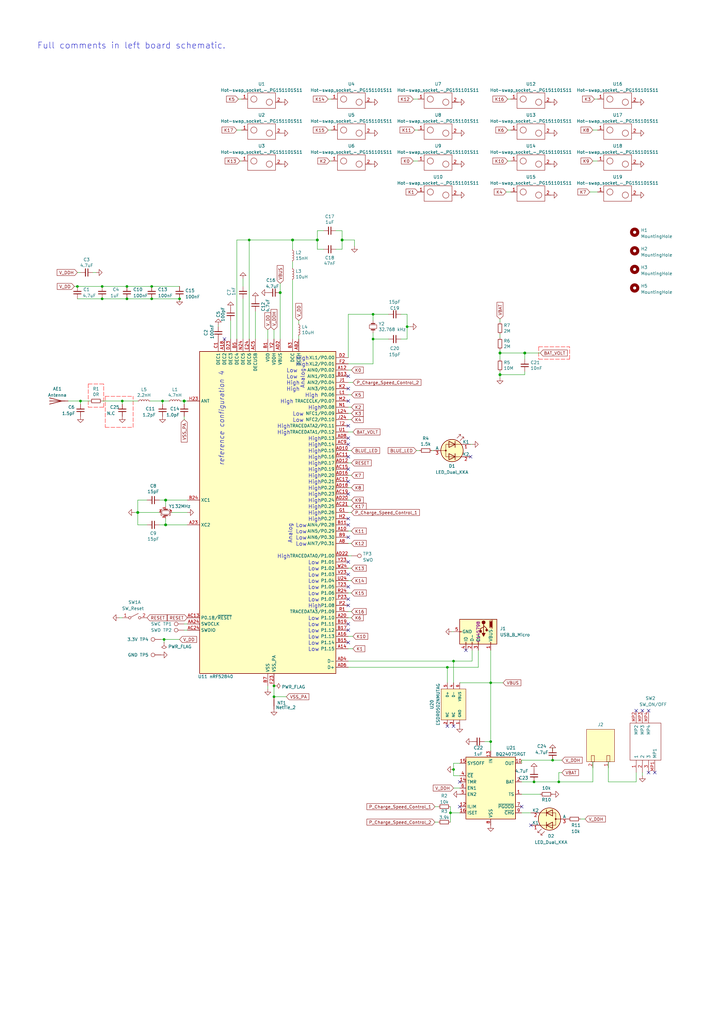
<source format=kicad_sch>
(kicad_sch (version 20211123) (generator eeschema)
  (paper "A3" portrait)
  (title_block (title "Borne Keyboard") (date "2022-05-27") (rev "V1 Right") (company "Ergin") (comment 1 "Gabriel Hansson"))
  (junction (at 153.035 139.065))
  (junction (at 66.675 164.465))
  (junction (at 102.235 98.425))
  (junction (at 67.31 262.255))
  (junction (at 41.91 117.475))
  (junction (at 62.23 117.475))
  (junction (at 41.91 122.555))
  (junction (at 186.055 271.145))
  (junction (at 205.105 144.78) (diameter 1.016))
  (junction (at 52.07 117.475))
  (junction (at 219.075 320.675))
  (junction (at 205.105 153.67) (diameter 1.016))
  (junction (at 31.75 117.475))
  (junction (at 201.295 280.035))
  (junction (at 130.175 98.425) (diameter 1.016))
  (junction (at 56.515 210.185) (diameter 1.016))
  (junction (at 120.015 98.425) (diameter 1.016))
  (junction (at 50.165 164.465))
  (junction (at 215.265 144.78) (diameter 1.016))
  (junction (at 73.66 122.555))
  (junction (at 62.23 122.555))
  (junction (at 112.395 285.75))
  (junction (at 112.395 281.305))
  (junction (at 153.035 128.905))
  (junction (at 183.515 273.685))
  (junction (at 52.07 122.555))
  (junction (at 201.295 304.165))
  (junction (at 33.02 164.465))
  (junction (at 75.565 164.465) (diameter 1.016))
  (junction (at 114.935 120.015) (diameter 1.016))
  (junction (at 67.945 205.105) (diameter 1.016))
  (junction (at 140.335 98.425) (diameter 1.016))
  (junction (at 229.235 320.675))
  (junction (at 67.945 215.265) (diameter 1.016))
  (junction (at 186.055 315.595))
  (junction (at 167.005 133.985))
  (junction (at 226.695 311.785))
  (junction (at 184.785 333.375))
  (no_connect (at 193.04 187.325))
  (no_connect (at 183.515 297.815))
  (no_connect (at 142.875 202.565))
  (no_connect (at 188.595 330.835))
  (no_connect (at 142.875 192.405))
  (no_connect (at 142.875 179.705))
  (no_connect (at 142.875 220.345))
  (no_connect (at 142.875 255.905))
  (no_connect (at 260.985 291.465))
  (no_connect (at 142.875 230.505))
  (no_connect (at 142.875 197.485))
  (no_connect (at 142.875 248.285))
  (no_connect (at 268.605 316.865))
  (no_connect (at 142.875 245.745))
  (no_connect (at 217.805 338.455))
  (no_connect (at 142.875 154.305))
  (no_connect (at 191.135 266.7))
  (no_connect (at 266.065 316.865))
  (no_connect (at 142.875 164.465))
  (no_connect (at 266.065 291.465))
  (no_connect (at 188.595 320.675))
  (no_connect (at 142.875 263.525))
  (no_connect (at 142.875 187.325))
  (no_connect (at 92.075 139.065))
  (no_connect (at 186.055 297.815))
  (no_connect (at 263.525 291.465))
  (no_connect (at 142.875 240.665))
  (no_connect (at 213.995 330.835))
  (no_connect (at 142.875 258.445))
  (no_connect (at 142.875 212.725))
  (no_connect (at 142.875 174.625))
  (no_connect (at 142.875 235.585))
  (no_connect (at 142.875 215.265))
  (no_connect (at 142.875 159.385))
  (no_connect (at 142.875 182.245))
  (wire (pts (xy 186.055 318.135) (xy 188.595 318.135)))
  (wire (pts (xy 184.785 333.375) (xy 188.595 333.375)))
  (wire (pts (xy 213.995 325.755) (xy 221.615 325.755)))
  (wire (pts (xy 144.145 200.025) (xy 142.875 200.025)))
  (wire (pts (xy 56.515 215.265) (xy 56.515 210.185)))
  (wire (pts (xy 134.62 40.64) (xy 135.89 40.64)))
  (polyline (pts (xy 36.195 157.48) (xy 36.195 167.005)) (stroke (width 0) (color 255 0 0 1)))
  (polyline (pts (xy 42.545 167.005) (xy 42.545 157.48)) (stroke (width 0) (color 255 0 0 1)))
  (wire (pts (xy 144.145 210.185) (xy 142.875 210.185)))
  (wire (pts (xy 207.645 78.74) (xy 209.55 78.74)))
  (wire (pts (xy 75.565 255.905) (xy 76.835 255.905)))
  (wire (pts (xy 208.28 53.34) (xy 209.55 53.34)))
  (wire (pts (xy 67.945 212.725) (xy 67.945 215.265)))
  (wire (pts (xy 74.295 164.465) (xy 75.565 164.465)))
  (wire (pts (xy 142.875 146.685) (xy 142.875 128.905)))
  (wire (pts (xy 229.235 316.865) (xy 229.235 320.675)))
  (wire (pts (xy 170.18 53.34) (xy 171.45 53.34)))
  (wire (pts (xy 50.165 164.465) (xy 56.515 164.465)))
  (wire (pts (xy 76.835 205.105) (xy 67.945 205.105)))
  (wire (pts (xy 243.205 312.42) (xy 243.205 320.675)))
  (wire (pts (xy 66.675 164.465) (xy 66.675 165.735)))
  (wire (pts (xy 137.795 102.235) (xy 140.335 102.235)))
  (wire (pts (xy 243.84 40.64) (xy 245.11 40.64)))
  (wire (pts (xy 142.875 271.145) (xy 186.055 271.145)))
  (wire (pts (xy 120.015 98.425) (xy 130.175 98.425)))
  (wire (pts (xy 142.875 273.685) (xy 183.515 273.685)))
  (wire (pts (xy 73.66 262.255) (xy 67.31 262.255)))
  (wire (pts (xy 120.015 102.235) (xy 120.015 98.425)))
  (wire (pts (xy 94.615 131.445) (xy 94.615 139.065)))
  (wire (pts (xy 142.875 149.225) (xy 153.035 149.225)))
  (wire (pts (xy 208.28 66.04) (xy 209.55 66.04)))
  (wire (pts (xy 31.75 122.555) (xy 41.91 122.555)))
  (wire (pts (xy 70.485 210.185) (xy 76.835 210.185)))
  (wire (pts (xy 99.695 114.3) (xy 99.695 117.475)))
  (wire (pts (xy 205.105 130.81) (xy 205.105 132.08)))
  (wire (pts (xy 56.515 210.185) (xy 56.515 205.105)))
  (wire (pts (xy 41.91 117.475) (xy 52.07 117.475)))
  (wire (pts (xy 205.105 138.43) (xy 205.105 137.16)))
  (wire (pts (xy 67.31 263.525) (xy 67.31 262.255)))
  (wire (pts (xy 201.295 280.035) (xy 188.595 280.035)))
  (wire (pts (xy 144.145 167.005) (xy 142.875 167.005)))
  (wire (pts (xy 164.465 128.905) (xy 167.005 128.905)))
  (polyline (pts (xy 43.18 162.56) (xy 43.18 175.26)) (stroke (width 0) (color 255 0 0 1)))
  (wire (pts (xy 196.215 266.7) (xy 196.215 273.685)))
  (wire (pts (xy 205.105 153.67) (xy 205.105 154.94)))
  (wire (pts (xy 62.23 122.555) (xy 73.66 122.555)))
  (polyline (pts (xy 220.98 142.24) (xy 233.68 142.24)) (stroke (width 0) (color 255 0 0 1)))
  (wire (pts (xy 67.945 215.265) (xy 65.405 215.265)))
  (wire (pts (xy 140.335 102.235) (xy 140.335 98.425)))
  (wire (pts (xy 102.235 139.065) (xy 102.235 98.425)))
  (wire (pts (xy 120.015 114.935) (xy 120.015 139.065)))
  (wire (pts (xy 205.105 144.78) (xy 205.105 147.32)))
  (wire (pts (xy 41.91 164.465) (xy 50.165 164.465)))
  (wire (pts (xy 144.78 266.065) (xy 142.875 266.065)))
  (wire (pts (xy 122.555 137.795) (xy 122.555 139.065)))
  (wire (pts (xy 193.675 182.245) (xy 193.04 182.245)))
  (wire (pts (xy 27.94 164.465) (xy 33.02 164.465)))
  (wire (pts (xy 205.105 144.78) (xy 215.265 144.78)))
  (wire (pts (xy 249.555 312.42) (xy 249.555 320.675)))
  (wire (pts (xy 38.1 111.76) (xy 39.37 111.76)))
  (wire (pts (xy 144.145 233.045) (xy 142.875 233.045)))
  (wire (pts (xy 205.105 152.4) (xy 205.105 153.67)))
  (wire (pts (xy 31.75 111.76) (xy 33.02 111.76)))
  (wire (pts (xy 184.785 330.835) (xy 184.785 333.375)))
  (wire (pts (xy 140.335 98.425) (xy 145.415 98.425)))
  (wire (pts (xy 104.775 127.635) (xy 104.775 139.065)))
  (wire (pts (xy 144.78 260.985) (xy 142.875 260.985)))
  (wire (pts (xy 183.515 273.685) (xy 196.215 273.685)))
  (wire (pts (xy 142.875 151.765) (xy 144.145 151.765)))
  (wire (pts (xy 153.035 139.065) (xy 153.035 136.525)))
  (wire (pts (xy 112.395 285.75) (xy 117.475 285.75)))
  (wire (pts (xy 213.995 333.375) (xy 217.805 333.375)))
  (wire (pts (xy 205.105 153.67) (xy 215.265 153.67)))
  (wire (pts (xy 208.28 40.64) (xy 209.55 40.64)))
  (wire (pts (xy 186.055 313.055) (xy 186.055 315.595)))
  (wire (pts (xy 135.255 66.04) (xy 135.89 66.04)))
  (wire (pts (xy 89.535 133.35) (xy 89.535 133.985)))
  (wire (pts (xy 144.145 243.205) (xy 142.875 243.205)))
  (wire (pts (xy 144.145 250.825) (xy 142.875 250.825)))
  (wire (pts (xy 193.675 271.145) (xy 193.675 266.7)))
  (wire (pts (xy 122.555 131.445) (xy 122.555 132.715)))
  (wire (pts (xy 230.505 316.865) (xy 229.235 316.865)))
  (wire (pts (xy 243.205 66.04) (xy 245.11 66.04)))
  (wire (pts (xy 144.145 217.805) (xy 142.875 217.805)))
  (wire (pts (xy 198.755 304.165) (xy 201.295 304.165)))
  (polyline (pts (xy 220.98 147.32) (xy 233.68 147.32)) (stroke (width 0) (color 255 0 0 1)))
  (wire (pts (xy 140.335 94.615) (xy 140.335 98.425)))
  (wire (pts (xy 97.155 53.34) (xy 99.06 53.34)))
  (wire (pts (xy 112.395 281.305) (xy 112.395 285.75)))
  (wire (pts (xy 219.075 320.675) (xy 229.235 320.675)))
  (wire (pts (xy 52.07 117.475) (xy 62.23 117.475)))
  (wire (pts (xy 67.945 205.105) (xy 67.945 207.645)))
  (wire (pts (xy 170.815 184.785) (xy 172.085 184.785)))
  (wire (pts (xy 213.995 311.785) (xy 226.695 311.785)))
  (wire (pts (xy 144.78 177.165) (xy 142.875 177.165)))
  (wire (pts (xy 153.035 149.225) (xy 153.035 139.065)))
  (wire (pts (xy 249.555 320.675) (xy 260.985 320.675)))
  (wire (pts (xy 183.515 273.685) (xy 183.515 280.035)))
  (polyline (pts (xy 36.195 157.48) (xy 42.545 157.48)) (stroke (width 0) (color 255 0 0 1)))
  (wire (pts (xy 56.515 205.105) (xy 60.325 205.105)))
  (wire (pts (xy 144.145 222.885) (xy 142.875 222.885)))
  (wire (pts (xy 98.425 66.04) (xy 99.06 66.04)))
  (wire (pts (xy 226.695 311.785) (xy 230.505 311.785)))
  (wire (pts (xy 144.145 161.925) (xy 142.875 161.925)))
  (wire (pts (xy 50.165 165.735) (xy 50.165 164.465)))
  (wire (pts (xy 33.02 164.465) (xy 36.83 164.465)))
  (wire (pts (xy 205.105 143.51) (xy 205.105 144.78)))
  (wire (pts (xy 153.035 128.905) (xy 159.385 128.905)))
  (wire (pts (xy 75.565 164.465) (xy 75.565 165.735)))
  (wire (pts (xy 153.035 139.065) (xy 159.385 139.065)))
  (wire (pts (xy 144.145 238.125) (xy 142.875 238.125)))
  (wire (pts (xy 144.145 205.105) (xy 142.875 205.105)))
  (wire (pts (xy 177.8 184.785) (xy 177.165 184.785)))
  (wire (pts (xy 186.055 313.055) (xy 188.595 313.055)))
  (wire (pts (xy 114.935 120.015) (xy 114.935 116.205)))
  (wire (pts (xy 144.145 227.965) (xy 142.875 227.965)))
  (polyline (pts (xy 54.61 175.26) (xy 54.61 162.56)) (stroke (width 0) (color 255 0 0 1)))
  (wire (pts (xy 142.875 172.085) (xy 144.145 172.085)))
  (wire (pts (xy 241.935 78.74) (xy 245.11 78.74)))
  (wire (pts (xy 31.75 117.475) (xy 41.91 117.475)))
  (polyline (pts (xy 43.18 162.56) (xy 54.61 162.56)) (stroke (width 0) (color 255 0 0 1)))
  (wire (pts (xy 130.175 98.425) (xy 130.175 102.235)))
  (wire (pts (xy 137.795 94.615) (xy 140.335 94.615)))
  (wire (pts (xy 185.42 259.08) (xy 186.055 259.08)))
  (wire (pts (xy 201.295 280.035) (xy 201.295 304.165)))
  (wire (pts (xy 153.035 131.445) (xy 153.035 128.905)))
  (wire (pts (xy 67.945 215.265) (xy 76.835 215.265)))
  (wire (pts (xy 179.705 330.835) (xy 178.435 330.835)))
  (wire (pts (xy 213.995 320.675) (xy 219.075 320.675)))
  (wire (pts (xy 102.235 98.425) (xy 120.015 98.425)))
  (wire (pts (xy 109.855 282.575) (xy 109.855 281.305)))
  (wire (pts (xy 62.23 117.475) (xy 73.66 117.475)))
  (wire (pts (xy 30.48 117.475) (xy 31.75 117.475)))
  (wire (pts (xy 186.055 315.595) (xy 186.055 318.135)))
  (wire (pts (xy 215.265 153.67) (xy 215.265 152.4)))
  (wire (pts (xy 169.545 66.04) (xy 171.45 66.04)))
  (wire (pts (xy 144.145 194.945) (xy 142.875 194.945)))
  (wire (pts (xy 167.005 133.985) (xy 167.005 139.065)))
  (wire (pts (xy 61.595 164.465) (xy 66.675 164.465)))
  (wire (pts (xy 201.295 280.035) (xy 206.375 280.035)))
  (wire (pts (xy 67.945 205.105) (xy 65.405 205.105)))
  (wire (pts (xy 263.525 318.135) (xy 263.525 316.865)))
  (wire (pts (xy 97.79 40.64) (xy 99.06 40.64)))
  (wire (pts (xy 130.175 94.615) (xy 130.175 98.425)))
  (wire (pts (xy 186.055 323.215) (xy 188.595 323.215)))
  (wire (pts (xy 240.03 335.915) (xy 238.125 335.915)))
  (polyline (pts (xy 233.68 147.32) (xy 233.68 142.24)) (stroke (width 0) (color 255 0 0 1)))
  (wire (pts (xy 215.265 144.78) (xy 215.265 147.32)))
  (wire (pts (xy 226.695 306.705) (xy 226.695 307.975)))
  (wire (pts (xy 144.78 156.845) (xy 142.875 156.845)))
  (polyline (pts (xy 36.195 167.005) (xy 42.545 167.005)) (stroke (width 0) (color 255 0 0 1)))
  (wire (pts (xy 50.165 253.365) (xy 48.895 253.365)))
  (wire (pts (xy 114.935 139.065) (xy 114.935 120.015)))
  (wire (pts (xy 65.405 210.185) (xy 56.515 210.185)))
  (wire (pts (xy 60.325 215.265) (xy 56.515 215.265)))
  (wire (pts (xy 215.265 144.78) (xy 221.615 144.78)))
  (wire (pts (xy 184.785 333.375) (xy 184.785 337.185)))
  (wire (pts (xy 67.31 262.255) (xy 66.04 262.255)))
  (wire (pts (xy 201.295 266.7) (xy 201.295 280.035)))
  (wire (pts (xy 169.545 40.64) (xy 171.45 40.64)))
  (wire (pts (xy 97.155 98.425) (xy 102.235 98.425)))
  (wire (pts (xy 112.395 135.255) (xy 112.395 139.065)))
  (wire (pts (xy 134.62 53.34) (xy 135.89 53.34)))
  (wire (pts (xy 33.02 165.735) (xy 33.02 164.465)))
  (wire (pts (xy 167.005 128.905) (xy 167.005 133.985)))
  (wire (pts (xy 178.435 337.185) (xy 179.705 337.185)))
  (wire (pts (xy 142.875 169.545) (xy 144.145 169.545)))
  (wire (pts (xy 168.275 133.985) (xy 167.005 133.985)))
  (wire (pts (xy 132.715 102.235) (xy 130.175 102.235)))
  (wire (pts (xy 130.175 94.615) (xy 132.715 94.615)))
  (wire (pts (xy 52.07 122.555) (xy 62.23 122.555)))
  (wire (pts (xy 120.015 109.855) (xy 120.015 107.315)))
  (wire (pts (xy 186.055 271.145) (xy 193.675 271.145)))
  (wire (pts (xy 213.995 311.785) (xy 213.995 313.055)))
  (wire (pts (xy 243.205 53.34) (xy 245.11 53.34)))
  (wire (pts (xy 145.415 98.425) (xy 145.415 100.965)))
  (polyline (pts (xy 43.18 175.26) (xy 54.61 175.26)) (stroke (width 0) (color 255 0 0 1)))
  (wire (pts (xy 97.155 139.065) (xy 97.155 98.425)))
  (wire (pts (xy 109.855 135.255) (xy 109.855 139.065)))
  (wire (pts (xy 260.985 316.865) (xy 260.985 320.675)))
  (wire (pts (xy 76.835 164.465) (xy 75.565 164.465)))
  (polyline (pts (xy 220.98 142.24) (xy 220.98 147.32)) (stroke (width 0) (color 255 0 0 1)))
  (wire (pts (xy 75.565 172.085) (xy 75.565 170.815)))
  (wire (pts (xy 229.235 320.675) (xy 243.205 320.675)))
  (wire (pts (xy 201.295 304.165) (xy 201.295 307.975)))
  (wire (pts (xy 142.875 128.905) (xy 153.035 128.905)))
  (wire (pts (xy 75.565 258.445) (xy 76.835 258.445)))
  (wire (pts (xy 55.245 210.185) (xy 56.515 210.185)))
  (wire (pts (xy 142.875 184.785) (xy 144.145 184.785)))
  (wire (pts (xy 167.005 139.065) (xy 164.465 139.065)))
  (wire (pts (xy 41.91 122.555) (xy 52.07 122.555)))
  (wire (pts (xy 144.145 253.365) (xy 142.875 253.365)))
  (wire (pts (xy 144.145 189.865) (xy 142.875 189.865)))
  (wire (pts (xy 186.055 271.145) (xy 186.055 280.035)))
  (wire (pts (xy 144.145 207.645) (xy 142.875 207.645)))
  (wire (pts (xy 99.695 122.555) (xy 99.695 139.065)))
  (wire (pts (xy 69.215 164.465) (xy 66.675 164.465)))
  (text "High" (at 117.475 158.115 0) (effects (font (size 1.6 1.6)) (justify left bottom)))
  (text "High" (at 126.365 208.915 0) (effects (font (size 1.6 1.6)) (justify left bottom)))
  (text "Low\n" (at 126.365 259.715 0) (effects (font (size 1.6 1.6)) (justify left bottom)))
  (text "High" (at 126.365 203.835 0) (effects (font (size 1.6 1.6)) (justify left bottom)))
  (text "High" (at 117.475 160.655 0) (effects (font (size 1.6 1.6)) (justify left bottom)))
  (text "High" (at 126.3647 188.6566 0) (effects (font (size 1.6 1.6)) (justify left bottom)))
  (text "Low\n" (at 126.365 254.635 0) (effects (font (size 1.6 1.6)) (justify left bottom)))
  (text "High" (at 113.665 175.895 0) (effects (font (size 1.6 1.6)) (justify left bottom)))
  (text "Low\n" (at 126.365 239.395 0) (effects (font (size 1.6 1.6)) (justify left bottom)))
  (text "High" (at 126.365 183.515 0) (effects (font (size 1.6 1.6)) (justify left bottom)))
  (text "High" (at 126.365 198.755 0) (effects (font (size 1.6 1.6)) (justify left bottom)))
  (text "Low\n" (at 126.365 244.475 0) (effects (font (size 1.6 1.6)) (justify left bottom)))
  (text "High" (at 126.365 168.275 0) (effects (font (size 1.6 1.6)) (justify left bottom)))
  (text "Low\n" (at 126.365 267.335 0) (effects (font (size 1.6 1.6)) (justify left bottom)))
  (text "High" (at 126.365 196.215 0) (effects (font (size 1.6 1.6)) (justify left bottom)))
  (text "Low\n" (at 126.365 236.855 0) (effects (font (size 1.6 1.6)) (justify left bottom)))
  (text "Low\n" (at 120.015 173.355 0) (effects (font (size 1.6 1.6)) (justify left bottom)))
  (text "Low\n" (at 126.365 241.935 0) (effects (font (size 1.6 1.6)) (justify left bottom)))
  (text "Full comments in left board schematic." (at 15.24 20.32 0) (effects (font (size 2.54 2.54)) (justify left bottom)))
  (text "Low\n" (at 126.365 234.315 0) (effects (font (size 1.6 1.6)) (justify left bottom)))
  (text "High" (at 126.365 201.295 0) (effects (font (size 1.6 1.6)) (justify left bottom)))
  (text "Low\n" (at 126.365 231.775 0) (effects (font (size 1.6 1.6)) (justify left bottom)))
  (text "High" (at 113.665 178.435 0) (effects (font (size 1.6 1.6)) (justify left bottom)))
  (text "Low\n" (at 117.475 153.035 0) (effects (font (size 1.6 1.6)) (justify left bottom)))
  (text "Low\n" (at 121.285 219.075 0) (effects (font (size 1.6 1.6)) (justify left bottom)))
  (text "High" (at 113.665 229.235 0) (effects (font (size 1.6 1.6)) (justify left bottom)))
  (text "Analog" (at 125.095 159.385 90) (effects (font (size 1.6 1.6)) (justify left bottom)))
  (text "High" (at 126.365 186.055 0) (effects (font (size 1.6 1.6)) (justify left bottom)))
  (text "High" (at 126.365 191.135 0) (effects (font (size 1.6 1.6)) (justify left bottom)))
  (text "Low\n" (at 117.475 155.575 0) (effects (font (size 1.6 1.6)) (justify left bottom)))
  (text "High" (at 121.285 147.955 0) (effects (font (size 1.6 1.6)) (justify left bottom)))
  (text "Low\n" (at 126.365 257.175 0) (effects (font (size 1.6 1.6)) (justify left bottom)))
  (text "Low\n" (at 126.365 262.255 0) (effects (font (size 1.6 1.6)) (justify left bottom)))
  (text "High" (at 126.365 193.675 0) (effects (font (size 1.6 1.6)) (justify left bottom)))
  (text "High" (at 126.365 249.555 0) (effects (font (size 1.6 1.6)) (justify left bottom)))
  (text "High" (at 125.095 163.195 0) (effects (font (size 1.6 1.6)) (justify left bottom)))
  (text "High" (at 126.365 213.995 0) (effects (font (size 1.6 1.6)) (justify left bottom)))
  (text "Low\n" (at 121.285 221.615 0) (effects (font (size 1.6 1.6)) (justify left bottom)))
  (text "High" (at 121.285 150.495 0) (effects (font (size 1.6 1.6)) (justify left bottom)))
  (text "Low\n" (at 126.365 247.015 0) (effects (font (size 1.6 1.6)) (justify left bottom)))
  (text "Analog" (at 120.015 222.885 90) (effects (font (size 1.6 1.6)) (justify left bottom)))
  (text "High" (at 126.365 206.375 0) (effects (font (size 1.6 1.6)) (justify left bottom)))
  (text "Low\n" (at 121.285 224.155 0) (effects (font (size 1.6 1.6)) (justify left bottom)))
  (text "High" (at 114.935 165.735 0) (effects (font (size 1.6 1.6)) (justify left bottom)))
  (text "Low\n" (at 120.015 170.815 0) (effects (font (size 1.6 1.6)) (justify left bottom)))
  (text "reference configuration 4" (at 92.075 191.135 90) (effects (font (size 2 2) italic) (justify left bottom)))
  (text "Low\n" (at 121.285 216.535 0) (effects (font (size 1.6 1.6)) (justify left bottom)))
  (text "High" (at 126.365 211.455 0) (effects (font (size 1.6 1.6)) (justify left bottom)))
  (text "High" (at 126.365 180.975 0) (effects (font (size 1.6 1.6)) (justify left bottom)))
  (text "Low\n" (at 126.365 264.795 0) (effects (font (size 1.6 1.6)) (justify left bottom)))
  (global_label "K2" (shape input) (at 144.145 167.005 0) (property "Intersheet References" "${INTERSHEET_REFS}" (effects hide)))
  (global_label "K4" (shape input) (at 207.645 78.74 180) (property "Intersheet References" "${INTERSHEET_REFS}" (effects hide)))
  (global_label "BAT_VOLT" (shape input) (at 144.78 177.165 0) (property "Intersheet References" "${INTERSHEET_REFS}" (effects hide)))
  (global_label "K12" (shape input) (at 169.545 40.64 180) (property "Intersheet References" "${INTERSHEET_REFS}" (effects hide)))
  (global_label "K10" (shape input) (at 208.28 66.04 180) (property "Intersheet References" "${INTERSHEET_REFS}" (effects hide)))
  (global_label "K7" (shape input) (at 241.935 78.74 180) (property "Intersheet References" "${INTERSHEET_REFS}" (effects hide)))
  (global_label "K14" (shape input) (at 144.145 238.125 0) (property "Intersheet References" "${INTERSHEET_REFS}" (effects hide)))
  (global_label "K16" (shape input) (at 208.28 40.64 180) (property "Intersheet References" "${INTERSHEET_REFS}" (effects hide)))
  (global_label "V_DD" (shape input) (at 109.855 135.255 90) (property "Intersheet References" "${INTERSHEET_REFS}" (effects hide)))
  (global_label "VBUS" (shape input) (at 206.375 280.035 0) (property "Intersheet References" "${INTERSHEET_REFS}" (effects hide)))
  (global_label "K6" (shape input) (at 144.145 253.365 0) (property "Intersheet References" "${INTERSHEET_REFS}" (effects hide)))
  (global_label "K1" (shape input) (at 171.45 78.74 180) (property "Intersheet References" "${INTERSHEET_REFS}" (effects hide)))
  (global_label "K3" (shape input) (at 144.145 169.545 0) (property "Intersheet References" "${INTERSHEET_REFS}" (effects hide)))
  (global_label "K12" (shape input) (at 144.145 222.885 0) (property "Intersheet References" "${INTERSHEET_REFS}" (effects hide)))
  (global_label "V_DDH" (shape input) (at 112.395 135.255 90) (property "Intersheet References" "${INTERSHEET_REFS}" (effects hide)))
  (global_label "K11" (shape input) (at 144.145 217.805 0) (property "Intersheet References" "${INTERSHEET_REFS}" (effects hide)))
  (global_label "K5" (shape input) (at 144.145 161.925 0) (property "Intersheet References" "${INTERSHEET_REFS}" (effects hide)))
  (global_label "K9" (shape input) (at 144.145 205.105 0) (property "Intersheet References" "${INTERSHEET_REFS}" (effects hide)))
  (global_label "BLUE_LED" (shape input) (at 170.815 184.785 180) (property "Intersheet References" "${INTERSHEET_REFS}" (effects hide)))
  (global_label "BLUE_LED" (shape input) (at 144.145 184.785 0) (property "Intersheet References" "${INTERSHEET_REFS}" (effects hide)))
  (global_label "V_DDH" (shape input) (at 240.03 335.915 0) (property "Intersheet References" "${INTERSHEET_REFS}" (effects hide)))
  (global_label "V_DD" (shape input) (at 122.555 131.445 90) (property "Intersheet References" "${INTERSHEET_REFS}" (effects hide)))
  (global_label "VSS_PA" (shape input) (at 75.565 172.085 270) (property "Intersheet References" "${INTERSHEET_REFS}" (effects hide)))
  (global_label "V_DDH" (shape input) (at 186.055 323.215 180) (property "Intersheet References" "${INTERSHEET_REFS}" (effects hide)))
  (global_label "K13" (shape input) (at 98.425 66.04 180) (property "Intersheet References" "${INTERSHEET_REFS}" (effects hide)))
  (global_label "VSS_PA" (shape input) (at 117.475 285.75 0) (property "Intersheet References" "${INTERSHEET_REFS}" (effects hide)))
  (global_label "K11" (shape input) (at 170.18 53.34 180) (property "Intersheet References" "${INTERSHEET_REFS}" (effects hide)))
  (global_label "K17" (shape input) (at 144.145 207.645 0) (property "Intersheet References" "${INTERSHEET_REFS}" (effects hide)))
  (global_label "K0" (shape input) (at 144.145 151.765 0) (property "Intersheet References" "${INTERSHEET_REFS}" (effects hide)))
  (global_label "K7" (shape input) (at 144.145 194.945 0) (property "Intersheet References" "${INTERSHEET_REFS}" (effects hide)))
  (global_label "K8" (shape input) (at 243.205 53.34 180) (property "Intersheet References" "${INTERSHEET_REFS}" (effects hide)))
  (global_label "RESET" (shape input) (at 144.145 189.865 0) (property "Intersheet References" "${INTERSHEET_REFS}" (effects hide)))
  (global_label "V_DDH" (shape input) (at 230.505 311.785 0) (property "Intersheet References" "${INTERSHEET_REFS}" (effects hide)))
  (global_label "RESET" (shape input) (at 76.835 253.365 180) (property "Intersheet References" "${INTERSHEET_REFS}" (effects hide)))
  (global_label "K17" (shape input) (at 97.155 53.34 180) (property "Intersheet References" "${INTERSHEET_REFS}" (effects hide)))
  (global_label "K0" (shape input) (at 169.545 66.04 180) (property "Intersheet References" "${INTERSHEET_REFS}" (effects hide)))
  (global_label "K15" (shape input) (at 134.62 53.34 180) (property "Intersheet References" "${INTERSHEET_REFS}" (effects hide)))
  (global_label "K3" (shape input) (at 243.84 40.64 180) (property "Intersheet References" "${INTERSHEET_REFS}" (effects hide)))
  (global_label "K4" (shape input) (at 144.145 172.085 0) (property "Intersheet References" "${INTERSHEET_REFS}" (effects hide)))
  (global_label "K1" (shape input) (at 144.78 266.065 0) (property "Intersheet References" "${INTERSHEET_REFS}" (effects hide)))
  (global_label "V_DD" (shape input) (at 73.66 262.255 0) (property "Intersheet References" "${INTERSHEET_REFS}" (effects hide)))
  (global_label "K2" (shape input) (at 135.255 66.04 180) (property "Intersheet References" "${INTERSHEET_REFS}" (effects hide)))
  (global_label "VBUS" (shape input) (at 114.935 116.205 90) (property "Intersheet References" "${INTERSHEET_REFS}" (effects hide)))
  (global_label "K9" (shape input) (at 243.205 66.04 180) (property "Intersheet References" "${INTERSHEET_REFS}" (effects hide)))
  (global_label "P_Charge_Speed_Control_1" (shape input) (at 178.435 330.835 180) (property "Intersheet References" "${INTERSHEET_REFS}" (effects hide)))
  (global_label "P_Charge_Speed_Control_2" (shape input) (at 178.435 337.185 180) (property "Intersheet References" "${INTERSHEET_REFS}" (effects hide)))
  (global_label "RESET" (shape input) (at 60.325 253.365 0) (property "Intersheet References" "${INTERSHEET_REFS}" (effects hide)))
  (global_label "K5" (shape input) (at 97.79 40.64 180) (property "Intersheet References" "${INTERSHEET_REFS}" (effects hide)))
  (global_label "K8" (shape input) (at 144.145 200.025 0) (property "Intersheet References" "${INTERSHEET_REFS}" (effects hide)))
  (global_label "K16" (shape input) (at 144.145 250.825 0) (property "Intersheet References" "${INTERSHEET_REFS}" (effects hide)))
  (global_label "P_Charge_Speed_Control_2" (shape input) (at 144.78 156.845 0) (property "Intersheet References" "${INTERSHEET_REFS}" (effects hide)))
  (global_label "BAT_VOLT" (shape input) (at 221.615 144.78 0) (property "Intersheet References" "${INTERSHEET_REFS}" (effects hide)))
  (global_label "VBAT" (shape input) (at 205.105 130.81 90) (property "Intersheet References" "${INTERSHEET_REFS}" (effects hide)))
  (global_label "K10" (shape input) (at 144.78 260.985 0) (property "Intersheet References" "${INTERSHEET_REFS}" (effects hide)))
  (global_label "P_Charge_Speed_Control_1" (shape input) (at 144.145 210.185 0) (property "Intersheet References" "${INTERSHEET_REFS}" (effects hide)))
  (global_label "V_DDH" (shape input) (at 31.75 111.76 180) (property "Intersheet References" "${INTERSHEET_REFS}" (effects hide)))
  (global_label "VBAT" (shape input) (at 230.505 316.865 0) (property "Intersheet References" "${INTERSHEET_REFS}" (effects hide)))
  (global_label "K15" (shape input) (at 144.145 243.205 0) (property "Intersheet References" "${INTERSHEET_REFS}" (effects hide)))
  (global_label "K6" (shape input) (at 208.28 53.34 180) (property "Intersheet References" "${INTERSHEET_REFS}" (effects hide)))
  (global_label "K14" (shape input) (at 134.62 40.64 180) (property "Intersheet References" "${INTERSHEET_REFS}" (effects hide)))
  (global_label "K13" (shape input) (at 144.145 233.045 0) (property "Intersheet References" "${INTERSHEET_REFS}" (effects hide)))
  (global_label "V_DD" (shape input) (at 30.48 117.475 180) (property "Intersheet References" "${INTERSHEET_REFS}" (effects hide)))
  (symbol (lib_id "Device:C_Small") (at 62.865 205.105 270) (unit 1)
    (property "Reference" "C8" (at 62.865 199.2884 90))
    (property "Value" "15pF" (at 62.865 201.5998 90))
    (property "Footprint" "lib:C_0402_1005Metric" (effects hide))
    (property "LCSC Part" "C307341" (effects hide))
    (property "Manufacturer Part" "CL05C150JB51PNC" (effects hide))
    (property "JLC Part" "C1548" (effects hide))
  )
  (symbol (lib_name "Choc v1 Socket_2") (lib_id "Kailh_socket_PG1350:Choc v1 Socket") (at 217.17 68.58 0) (unit 1)
    (property "Reference" "U14" (at 217.805 59.851 0))
    (property "Value" "Hot-swap_socket_-_PG151101S11" (at 217.805 62.3879 0))
    (property "Footprint" "lib:Kailh_socket_PG1350" (effects hide))
    (property "Manufacturer Part" "CPG135001S30" (effects hide))
    (property "JLC Part" "C2803348" (effects hide))
    (property "LCSC Part" "C2803348" (effects hide))
  )
  (symbol (lib_id "Molex_Pico-EZmate_78171-0002_1x02-1MP_P1.20mm_Vertical:Battery Connector") (at 246.38 305.435 180) (unit 1)
    (property "Reference" "J2" (at 246.38 297.18 0))
    (property "Value" "Battery Connector" (effects hide))
    (property "Footprint" "lib:Molex_Pico-EZmate_78171-0002_1x02-1MP_P1.20mm_Vertical" (effects hide))
    (property "Manufacturer Part" "Molex_Pico-EZmate_78171-0002" (effects hide))
    (property "LCSC Part" "C505023" (effects hide))
    (property "JLC Part" "C505023" (effects hide))
  )
  (symbol (lib_id "power:GND") (at 226.695 307.975 180) (unit 1)
    (property "Reference" "#PWR042" (effects hide))
    (property "Value" "GND" (effects hide))
  )
  (symbol (lib_id "Kailh_socket_PG1350:Choc v1 Socket") (at 217.17 81.28 0) (unit 1)
    (property "Reference" "U15" (at 217.805 72.551 0))
    (property "Value" "Hot-swap_socket_-_PG151101S11" (at 217.805 75.0879 0))
    (property "Footprint" "lib:Kailh_socket_PG1350" (effects hide))
    (property "Manufacturer Part" "CPG135001S30" (effects hide))
    (property "JLC Part" "C2803348" (effects hide))
    (property "LCSC Part" "C2803348" (effects hide))
  )
  (symbol (lib_id "power:GND") (at 188.595 325.755 270) (unit 1)
    (property "Reference" "#PWR037" (effects hide))
    (property "Value" "GND" (effects hide))
  )
  (symbol (lib_id "mounting-hole:MountingHole") (at 260.35 118.11 0) (unit 1) (in_bom no)
    (property "Reference" "H5" (at 262.89 117.2753 0) (effects (justify left)))
    (property "Value" "MountingHole" (at 262.89 119.8122 0) (effects (justify left)))
    (property "Footprint" "lib:screw-hole" (effects hide))
  )
  (symbol (lib_name "Choc v1 Socket_15") (lib_id "Kailh_socket_PG1350:Choc v1 Socket") (at 179.07 68.58 0) (unit 1)
    (property "Reference" "U9" (at 179.705 59.851 0))
    (property "Value" "Hot-swap_socket_-_PG151101S11" (at 179.705 62.3879 0))
    (property "Footprint" "lib:Kailh_socket_PG1350" (effects hide))
    (property "Manufacturer Part" "CPG135001S30" (effects hide))
    (property "JLC Part" "C2803348" (effects hide))
    (property "LCSC Part" "C2803348" (effects hide))
  )
  (symbol (lib_id "Kailh_socket_PG1350:Choc v1 Socket") (at 106.68 43.18 0) (unit 1)
    (property "Reference" "U1" (at 107.315 34.451 0))
    (property "Value" "Hot-swap_socket_-_PG151101S11" (at 107.315 36.9879 0))
    (property "Footprint" "lib:Kailh_socket_PG1350" (effects hide))
    (property "Manufacturer Part" "CPG135001S30" (effects hide))
    (property "JLC Part" "C2803348" (effects hide))
    (property "LCSC Part" "C2803348" (effects hide))
  )
  (symbol (lib_id "mounting-hole:MountingHole") (at 260.35 110.49 0) (unit 1) (in_bom no)
    (property "Reference" "H3" (at 262.89 109.6553 0) (effects (justify left)))
    (property "Value" "MountingHole" (at 262.89 112.1922 0) (effects (justify left)))
    (property "Footprint" "lib:screw-hole" (effects hide))
  )
  (symbol (lib_id "power:GND") (at 66.04 268.605 90) (unit 1)
    (property "Reference" "#PWR045" (effects hide))
    (property "Value" "GND" (effects hide))
  )
  (symbol (lib_id "power:GND") (at 201.295 338.455 0) (unit 1)
    (property "Reference" "#PWR040" (effects hide))
    (property "Value" "GND" (effects hide))
  )
  (symbol (lib_id "mounting-hole:MountingHole") (at 260.35 95.25 0) (unit 1) (in_bom no)
    (property "Reference" "H1" (at 262.89 94.4153 0) (effects (justify left)))
    (property "Value" "MountingHole" (at 262.89 96.9522 0) (effects (justify left)))
    (property "Footprint" "lib:screw-hole" (effects hide))
  )
  (symbol (lib_id "power:GND") (at 99.695 114.3 180) (unit 1)
    (property "Reference" "#PWR0105" (effects hide))
    (property "Value" "GND" (effects hide))
  )
  (symbol (lib_id "Device:C_Small") (at 31.75 120.015 180) (unit 1)
    (property "Reference" "C1" (at 36.83 118.745 0) (effects (justify left)))
    (property "Value" "4.7uF" (at 39.37 121.285 0) (effects (justify left)))
    (property "Footprint" "lib:C_0402_1005Metric" (effects hide))
    (property "LCSC Part" "C368809" (effects hide))
    (property "Digikey" "1276-1784-1-ND" (effects hide))
    (property "Manufacturer Part" "CL05A475KP5NRNC" (effects hide))
    (property "JLC Part" "C23733" (effects hide))
  )
  (symbol (lib_id "power:GND") (at 186.055 315.595 270) (unit 1)
    (property "Reference" "#PWR031" (effects hide))
    (property "Value" "GND" (effects hide))
  )
  (symbol (lib_id "Device:C_Small") (at 135.255 94.615 270) (unit 1)
    (property "Reference" "C17" (at 135.255 88.7984 90))
    (property "Value" "1uF" (at 135.255 91.1098 90))
    (property "Footprint" "lib:C_0402_1005Metric" (effects hide))
    (property "LCSC Part" "C52923" (effects hide))
    (property "Digikey" "1276-1067-1-ND" (effects hide))
    (property "Manufacturer Part" "CL05A105KO5NNNC" (effects hide))
    (property "JLC Part" "C52923" (effects hide))
  )
  (symbol (lib_id "Device:C_Small") (at 112.395 120.015 270) (unit 1)
    (property "Reference" "C16" (at 111.125 114.935 90))
    (property "Value" "4.7uF" (at 111.76 117.475 90))
    (property "Footprint" "lib:C_0402_1005Metric" (effects hide))
    (property "LCSC Part" "C368809" (effects hide))
    (property "Digikey" "1276-1784-1-ND" (effects hide))
    (property "Manufacturer Part" "CL05A475KP5NRNC" (effects hide))
    (property "JLC Part" "C23733" (effects hide))
  )
  (symbol (lib_id "Device:C_Small") (at 66.675 168.275 180) (unit 1)
    (property "Reference" "C11" (at 59.69 167.64 0) (effects (justify right)))
    (property "Value" "1.2pF" (at 58.42 170.18 0) (effects (justify right)))
    (property "Footprint" "lib:C_0402_1005Metric" (effects hide))
    (property "LCSC Part" "C371977" (effects hide))
    (property "Digikey" "1276-1595-1-ND" (effects hide))
    (property "Manufacturer Part" "CL05C010CB5NNNC" (effects hide))
    (property "JLC Part" "C1550" (effects hide))
  )
  (symbol (lib_name "Choc v1 Socket_8") (lib_id "Kailh_socket_PG1350:Choc v1 Socket") (at 252.73 68.58 0) (unit 1)
    (property "Reference" "U18" (at 253.365 59.851 0))
    (property "Value" "Hot-swap_socket_-_PG151101S11" (at 253.365 62.3879 0))
    (property "Footprint" "lib:Kailh_socket_PG1350" (effects hide))
    (property "Manufacturer Part" "CPG135001S30" (effects hide))
    (property "JLC Part" "C2803348" (effects hide))
    (property "LCSC Part" "C2803348" (effects hide))
  )
  (symbol (lib_id "Device:L_Small") (at 59.055 164.465 270) (mirror x) (unit 1)
    (property "Reference" "L5" (at 59.055 159.766 90))
    (property "Value" "2.2nH" (at 59.055 162.0774 90))
    (property "Footprint" "Inductor_SMD:L_0402_1005Metric" (effects hide))
    (property "LCSC Part" "C76775" (effects hide))
    (property "Manufacturer Part" "MLG1005S3N9BT000" (effects hide))
    (property "JLC Part" "C14033" (effects hide))
  )
  (symbol (lib_id "Device:C_Small") (at 99.695 120.015 180) (unit 1)
    (property "Reference" "C7" (at 93.98 121.285 90) (effects (justify right)))
    (property "Value" "1nF" (at 95.885 121.285 90) (effects (justify right)))
    (property "Footprint" "lib:C_0402_1005Metric" (effects hide))
    (property "LCSC Part" "C1525" (effects hide))
    (property "Digikey" "1276-6720-1-ND" (effects hide))
    (property "Manufacturer Part" "CL05B104KA5NNNC" (effects hide))
    (property "JLC Part" "C1525" (effects hide))
  )
  (symbol (lib_id "mounting-hole:MountingHole") (at 260.35 102.87 0) (unit 1) (in_bom no)
    (property "Reference" "H2" (at 262.89 102.0353 0) (effects (justify left)))
    (property "Value" "MountingHole" (at 262.89 104.5722 0) (effects (justify left)))
    (property "Footprint" "lib:screw-hole" (effects hide))
  )
  (symbol (lib_id "Device:C_Small") (at 35.56 111.76 270) (unit 1)
    (property "Reference" "C3" (at 36.8737 106.486 90) (effects (justify right)))
    (property "Value" "4.7uF" (at 38.3001 108.8633 90) (effects (justify right)))
    (property "Footprint" "lib:C_0402_1005Metric" (effects hide))
    (property "LCSC Part" "C368809" (effects hide))
    (property "Digikey" "1276-1784-1-ND" (effects hide))
    (property "Manufacturer Part" "CL05A475KP5NRNC" (effects hide))
    (property "JLC Part" "C23733" (effects hide))
  )
  (symbol (lib_name "Choc v1 Socket_11") (lib_id "Kailh_socket_PG1350:Choc v1 Socket") (at 143.51 43.18 0) (unit 1)
    (property "Reference" "U4" (at 144.145 34.451 0))
    (property "Value" "Hot-swap_socket_-_PG151101S11" (at 144.145 36.9879 0))
    (property "Footprint" "lib:Kailh_socket_PG1350" (effects hide))
    (property "Manufacturer Part" "CPG135001S30" (effects hide))
    (property "JLC Part" "C2803348" (effects hide))
    (property "LCSC Part" "C2803348" (effects hide))
  )
  (symbol (lib_id "power:GND") (at 187.96 41.91 90) (unit 1)
    (property "Reference" "#PWR018" (effects hide))
    (property "Value" "GND" (effects hide))
  )
  (symbol (lib_id "Kailh_socket_PG1350:Choc v1 Socket") (at 252.73 43.18 0) (unit 1)
    (property "Reference" "U16" (at 253.365 34.451 0))
    (property "Value" "Hot-swap_socket_-_PG151101S11" (at 253.365 36.9879 0))
    (property "Footprint" "lib:Kailh_socket_PG1350" (effects hide))
    (property "Manufacturer Part" "CPG135001S30" (effects hide))
    (property "JLC Part" "C2803348" (effects hide))
    (property "LCSC Part" "C2803348" (effects hide))
  )
  (symbol (lib_id "Device:R_Small") (at 174.625 184.785 270) (unit 1)
    (property "Reference" "R4" (at 174.625 179.8066 90))
    (property "Value" "1.5k" (at 174.625 182.118 90))
    (property "Footprint" "lib:R_0402_1005Metric" (effects hide))
    (property "Manufacturer Part" "RC0402FR-071K5L" (effects hide))
    (property "JLC Part" "C114759" (effects hide))
    (property "LCSC Part" "C114759" (effects hide))
  )
  (symbol (lib_id "Device:C_Small") (at 161.925 128.905 270) (unit 1)
    (property "Reference" "C19" (at 161.925 126.365 90))
    (property "Value" "15pF" (at 161.925 123.825 90))
    (property "Footprint" "lib:C_0402_1005Metric" (effects hide))
    (property "LCSC Part" "C307341" (effects hide))
    (property "Manufacturer Part" "CL05C150JB51PNC" (effects hide))
    (property "JLC Part" "C1548" (effects hide))
  )
  (symbol (lib_id "MCU_Nordic:nRF52840") (at 109.855 210.185 0) (unit 1)
    (property "Reference" "U11" (at 83.185 277.495 0))
    (property "Value" "nRF52840" (at 90.805 277.495 0))
    (property "Footprint" "Package_DFN_QFN:Nordic_AQFN-73-1EP_7x7mm_P0.5mm" (effects hide))
    (property "Datasheet" "http://infocenter.nordicsemi.com/topic/com.nordic.infocenter.nrf52/dita/nrf52/chips/nrf52840.html" (effects hide))
    (property "LCSC Part" "C1851953" (effects hide))
    (property "Digikey" "1490-1071-1-ND" (effects hide))
    (property "Manufacturer Part" "NRF52840-QIAA-R" (effects hide))
    (property "JLC Part" "C1851953" (effects hide))
  )
  (symbol (lib_id "Device:R_Small") (at 224.155 325.755 90) (unit 1)
    (property "Reference" "R10" (at 224.155 328.0062 90))
    (property "Value" "10k" (at 224.155 323.215 90))
    (property "Footprint" "lib:R_0402_1005Metric" (effects hide))
    (property "LCSC Part" "C60490" (effects hide))
    (property "Manufacturer Part" "RC0402FR-0710KL" (effects hide))
    (property "JLC Part" "C25744" (effects hide))
  )
  (symbol (lib_id "power:GND") (at 193.675 182.245 90) (unit 1)
    (property "Reference" "#PWR029" (effects hide))
    (property "Value" "GND" (effects hide))
  )
  (symbol (lib_id "power:PWR_FLAG") (at 112.395 281.305 270) (unit 1)
    (property "Reference" "#FLG0101" (effects hide))
    (property "Value" "PWR_FLAG" (at 115.57 281.7388 90) (effects (justify left)))
  )
  (symbol (lib_id "power:GND") (at 50.165 170.815 0) (unit 1)
    (property "Reference" "#PWR0106" (effects hide))
    (property "Value" "GND" (effects hide))
  )
  (symbol (lib_id "Kailh_socket_PG1350:Choc v1 Socket") (at 106.68 55.88 0) (unit 1)
    (property "Reference" "U2" (at 107.315 47.151 0))
    (property "Value" "Hot-swap_socket_-_PG151101S11" (at 107.315 49.6879 0))
    (property "Footprint" "lib:Kailh_socket_PG1350" (effects hide))
    (property "Manufacturer Part" "CPG135001S30" (effects hide))
    (property "JLC Part" "C2803348" (effects hide))
    (property "LCSC Part" "C2803348" (effects hide))
  )
  (symbol (lib_name "Choc v1 Socket_5") (lib_id "Kailh_socket_PG1350:Choc v1 Socket") (at 217.17 55.88 0) (unit 1)
    (property "Reference" "U13" (at 217.805 47.151 0))
    (property "Value" "Hot-swap_socket_-_PG151101S11" (at 217.805 49.6879 0))
    (property "Footprint" "lib:Kailh_socket_PG1350" (effects hide))
    (property "Manufacturer Part" "CPG135001S30" (effects hide))
    (property "JLC Part" "C2803348" (effects hide))
    (property "LCSC Part" "C2803348" (effects hide))
  )
  (symbol (lib_id "power:GND") (at 261.62 41.91 90) (unit 1)
    (property "Reference" "#PWR032" (effects hide))
    (property "Value" "GND" (effects hide))
  )
  (symbol (lib_id "Device:C_Small") (at 75.565 168.275 180) (unit 1)
    (property "Reference" "C14" (at 73.66 167.64 0) (effects (justify left)))
    (property "Value" "1.0pF" (at 73.66 170.18 0) (effects (justify left)))
    (property "Footprint" "lib:C_0402_1005Metric" (effects hide))
    (property "LCSC Part" "C371977" (effects hide))
    (property "Digikey" "1276-1595-1-ND" (effects hide))
    (property "Manufacturer Part" "CL05C010CB5NNNC" (effects hide))
    (property "JLC Part" "C1550" (effects hide))
  )
  (symbol (lib_id "power:GND") (at 226.06 80.01 90) (unit 1)
    (property "Reference" "#PWR026" (effects hide))
    (property "Value" "GND" (effects hide))
  )
  (symbol (lib_id "Device:C_Small") (at 50.165 168.275 180) (unit 1)
    (property "Reference" "C25" (at 45.085 167.005 0) (effects (justify right)))
    (property "Value" "N.C" (at 43.815 169.545 0) (effects (justify right)))
    (property "Footprint" "lib:C_0402_1005Metric" (effects hide))
    (property "LCSC Part" "C371977" (effects hide))
    (property "Digikey" "1276-1595-1-ND" (effects hide))
    (property "Manufacturer Part" "CL05C010CB5NNNC" (effects hide))
    (property "JLC Part" "C1550" (effects hide))
  )
  (symbol (lib_id "ESDR0502NMUTAG:ESDR0502NMUTAG") (at 186.055 288.925 90) (mirror x) (unit 1)
    (property "Reference" "U20" (at 177.165 288.925 0))
    (property "Value" "ESDR0502NMUTAG" (at 179.705 288.925 0))
    (property "Footprint" "lib:ESDR0502NMUTAG" (effects hide))
    (property "Datasheet" "http://www.onsemi.cn/pub_link/Collateral/ESDR0502N-D.PDF" (effects hide))
    (property "LCSC Part" "C327480" (effects hide))
    (property "Manufacturer Part" "ESDR0502NMUTBG" (effects hide))
    (property "JLC Part" "C327480" (effects hide))
  )
  (symbol (lib_id "power:GND") (at 188.595 297.815 0) (unit 1)
    (property "Reference" "#PWR036" (effects hide))
    (property "Value" "GND" (effects hide))
  )
  (symbol (lib_id "power:GND") (at 112.395 290.83 0) (unit 1)
    (property "Reference" "#PWR017" (effects hide))
    (property "Value" "GND" (effects hide))
  )
  (symbol (lib_id "Device:C_Small") (at 226.695 309.245 0) (unit 1)
    (property "Reference" "C24" (at 222.25 306.07 0))
    (property "Value" "4.7uF" (at 222.25 308.61 0))
    (property "Footprint" "lib:C_0402_1005Metric" (effects hide))
    (property "LCSC Part" "C368809" (effects hide))
    (property "Digikey" "1276-1784-1-ND" (effects hide))
    (property "Manufacturer Part" "CL05A475KP5NRNC" (effects hide))
    (property "JLC Part" "C23733" (effects hide))
  )
  (symbol (lib_id "Device:Crystal_GND24_Small") (at 67.945 210.185 270) (unit 1)
    (property "Reference" "Y1" (at 69.215 207.645 90) (effects (justify left)))
    (property "Value" "32MHz" (at 71.755 207.645 90) (effects (justify left)))
    (property "Footprint" "lib:Crystal_SMD_2016-4Pin_2.0x1.6mm" (effects hide))
    (property "LCSC Part" "C255896" (effects hide))
    (property "Digikey" "490-XRCGB32M000F1S1DR0CT-ND‎" (effects hide))
    (property "Manufacturer Part" "Q22FA1280001800" (effects hide))
    (property "JLC Part" "C255896" (effects hide))
  )
  (symbol (lib_id "power:GND") (at 109.855 282.575 0) (unit 1)
    (property "Reference" "#PWR016" (effects hide))
    (property "Value" "GND" (effects hide))
  )
  (symbol (lib_id "power:GND") (at 261.62 54.61 90) (unit 1)
    (property "Reference" "#PWR033" (effects hide))
    (property "Value" "GND" (effects hide))
  )
  (symbol (lib_id "power:GND") (at 76.835 210.185 90) (unit 1)
    (property "Reference" "#PWR011" (effects hide))
    (property "Value" "GND" (effects hide))
  )
  (symbol (lib_id "Kailh_socket_PG1350:Choc v1 Socket") (at 106.68 68.58 0) (unit 1)
    (property "Reference" "U3" (at 107.315 59.851 0))
    (property "Value" "Hot-swap_socket_-_PG151101S11" (at 107.315 62.3879 0))
    (property "Footprint" "lib:Kailh_socket_PG1350" (effects hide))
    (property "Manufacturer Part" "CPG135001S30" (effects hide))
    (property "JLC Part" "C2803348" (effects hide))
    (property "LCSC Part" "C2803348" (effects hide))
  )
  (symbol (lib_id "Connector:TestPoint") (at 75.565 255.905 90) (unit 1) (in_bom no)
    (property "Reference" "TP1" (at 70.485 255.905 90) (effects (justify left)))
    (property "Value" "SWC" (at 66.04 255.905 90) (effects (justify left)))
    (property "Footprint" "lib:TestPoint_THTPad_2.5x2.5mm_Drill1.2mm" (effects hide))
  )
  (symbol (lib_id "Device:L_Small") (at 120.015 112.395 0) (unit 1)
    (property "Reference" "L3" (at 121.2342 111.2266 0) (effects (justify left)))
    (property "Value" "10uH" (at 121.2342 113.538 0) (effects (justify left)))
    (property "Footprint" "Inductor_SMD:L_0603_1608Metric" (effects hide))
    (property "LCSC Part" "C76732" (effects hide))
    (property "Manufacturer Part" "MLF1608E100KTD00" (effects hide))
    (property "JLC Part" "C1035" (effects hide))
  )
  (symbol (lib_id "Device:C_Small") (at 94.615 128.905 0) (unit 1)
    (property "Reference" "C5" (at 89.535 128.905 90))
    (property "Value" "100pF" (at 91.44 128.905 90))
    (property "Footprint" "lib:C_0402_1005Metric" (effects hide))
    (property "LCSC Part" "C26409" (effects hide))
    (property "Digikey" "478-1082-1-ND" (effects hide))
    (property "Manufacturer Part" "CL05C101JB5NNNC" (effects hide))
    (property "JLC Part" "C1546" (effects hide))
  )
  (symbol (lib_id "power:GND") (at 187.96 67.31 90) (unit 1)
    (property "Reference" "#PWR020" (effects hide))
    (property "Value" "GND" (effects hide))
  )
  (symbol (lib_id "Device:R_Small") (at 205.105 149.86 0) (unit 1)
    (property "Reference" "R5" (at 206.6036 148.6916 0) (effects (justify left)))
    (property "Value" "10M" (at 206.6036 151.003 0) (effects (justify left)))
    (property "Footprint" "lib:R_0402_1005Metric" (effects hide))
    (property "LCSC Part" "C138067" (effects hide))
    (property "Manufacturer Part" "RC0402FR-0710ML" (effects hide))
    (property "JLC Part" "C26082" (effects hide))
  )
  (symbol (lib_name "Choc v1 Socket_9") (lib_id "Kailh_socket_PG1350:Choc v1 Socket") (at 143.51 55.88 0) (unit 1)
    (property "Reference" "U5" (at 144.145 47.151 0))
    (property "Value" "Hot-swap_socket_-_PG151101S11" (at 144.145 49.6879 0))
    (property "Footprint" "lib:Kailh_socket_PG1350" (effects hide))
    (property "Manufacturer Part" "CPG135001S30" (effects hide))
    (property "JLC Part" "C2803348" (effects hide))
    (property "LCSC Part" "C2803348" (effects hide))
  )
  (symbol (lib_id "power:GND") (at 89.535 133.35 180) (unit 1)
    (property "Reference" "#PWR0103" (effects hide))
    (property "Value" "GND" (effects hide))
  )
  (symbol (lib_id "2.4GHz-meander-antenna-v2:Antenna") (at 22.86 164.465 90) (unit 1) (in_bom no)
    (property "Reference" "AE1" (at 23.495 159.4952 90))
    (property "Value" "Antenna" (at 23.495 162.0321 90))
    (property "Footprint" "lib:2.4GHz-meander-antenna-right" (effects hide))
  )
  (symbol (lib_id "power:GND") (at 104.775 122.555 180) (unit 1)
    (property "Reference" "#PWR0104" (effects hide))
    (property "Value" "GND" (effects hide))
  )
  (symbol (lib_id "Device:C_Small") (at 161.925 139.065 270) (unit 1)
    (property "Reference" "C20" (at 161.925 142.875 90))
    (property "Value" "15pF" (at 161.925 145.415 90))
    (property "Footprint" "lib:C_0402_1005Metric" (effects hide))
    (property "LCSC Part" "C307341" (effects hide))
    (property "Manufacturer Part" "CL05C150JB51PNC" (effects hide))
    (property "JLC Part" "C1548" (effects hide))
  )
  (symbol (lib_id "power:GND") (at 205.105 154.94 0) (unit 1)
    (property "Reference" "#PWR030" (effects hide))
    (property "Value" "GND" (effects hide))
  )
  (symbol (lib_id "power:GND") (at 226.06 41.91 90) (unit 1)
    (property "Reference" "#PWR023" (effects hide))
    (property "Value" "GND" (effects hide))
  )
  (symbol (lib_id "power:GND") (at 94.615 126.365 180) (unit 1)
    (property "Reference" "#PWR0102" (effects hide))
    (property "Value" "GND" (effects hide))
  )
  (symbol (lib_id "power:GND") (at 73.66 122.555 0) (unit 1)
    (property "Reference" "#PWR0107" (effects hide))
    (property "Value" "GND" (effects hide))
  )
  (symbol (lib_id "power:GND") (at 55.245 210.185 270) (unit 1)
    (property "Reference" "#PWR07" (effects hide))
    (property "Value" "GND" (effects hide))
  )
  (symbol (lib_id "Device:C_Small") (at 41.91 120.015 180) (unit 1)
    (property "Reference" "C4" (at 48.895 118.745 0) (effects (justify left)))
    (property "Value" "1uF" (at 48.895 121.285 0) (effects (justify left)))
    (property "Footprint" "lib:C_0402_1005Metric" (effects hide))
    (property "LCSC Part" "C52923" (effects hide))
    (property "Digikey" "1276-1067-1-ND" (effects hide))
    (property "Manufacturer Part" "CL05A105KO5NNNC" (effects hide))
    (property "JLC Part" "C52923" (effects hide))
  )
  (symbol (lib_id "power:GND") (at 115.57 67.31 90) (unit 1)
    (property "Reference" "#PWR03" (effects hide))
    (property "Value" "GND" (effects hide))
  )
  (symbol (lib_id "power:GND") (at 263.525 318.135 0) (unit 1)
    (property "Reference" "#PWR044" (effects hide))
    (property "Value" "GND" (effects hide))
  )
  (symbol (lib_id "power:GND") (at 185.42 259.08 270) (unit 1)
    (property "Reference" "#PWR0101" (effects hide))
    (property "Value" "GND" (effects hide))
  )
  (symbol (lib_id "power:GND") (at 145.415 100.965 0) (unit 1)
    (property "Reference" "#PWR022" (effects hide))
    (property "Value" "GND" (effects hide))
  )
  (symbol (lib_id "Device:C_Small") (at 104.775 125.095 180) (unit 1)
    (property "Reference" "C12" (at 107.95 123.825 90) (effects (justify left)))
    (property "Value" "4.7uF" (at 109.855 122.555 90) (effects (justify left)))
    (property "Footprint" "lib:C_0402_1005Metric" (effects hide))
    (property "LCSC Part" "C368809" (effects hide))
    (property "Digikey" "1276-1784-1-ND" (effects hide))
    (property "Manufacturer Part" "CL05A475KP5NRNC" (effects hide))
    (property "JLC Part" "C23733" (effects hide))
  )
  (symbol (lib_id "Connector:TestPoint") (at 66.04 268.605 90) (unit 1) (in_bom no)
    (property "Reference" "TP5" (at 60.96 268.605 90) (effects (justify left)))
    (property "Value" "GND" (at 56.515 268.605 90) (effects (justify left)))
    (property "Footprint" "lib:TestPoint_THTPad_2.5x2.5mm_Drill1.2mm" (effects hide))
  )
  (symbol (lib_id "Device:R_Small") (at 182.245 337.185 90) (unit 1)
    (property "Reference" "R3" (at 182.245 332.7486 90))
    (property "Value" "3.9k" (at 182.245 335.2855 90))
    (property "Footprint" "lib:R_0402_1005Metric" (effects hide))
    (property "LCSC Part" "C131467" (effects hide))
    (property "Manufacturer Part" "RC0402FR-073K9L" (effects hide))
    (property "JLC Part" "C51721" (effects hide))
  )
  (symbol (lib_id "power:GND") (at 261.62 80.01 90) (unit 1)
    (property "Reference" "#PWR035" (effects hide))
    (property "Value" "GND" (effects hide))
  )
  (symbol (lib_id "power:GND") (at 152.4 41.91 90) (unit 1)
    (property "Reference" "#PWR012" (effects hide))
    (property "Value" "GND" (effects hide))
  )
  (symbol (lib_id "Connector:TestPoint") (at 144.145 227.965 270) (unit 1) (in_bom no)
    (property "Reference" "TP3" (at 148.844 227.1303 90) (effects (justify left)))
    (property "Value" "SWO" (at 148.844 229.6672 90) (effects (justify left)))
    (property "Footprint" "lib:TestPoint_THTPad_2.5x2.5mm_Drill1.2mm" (effects hide))
  )
  (symbol (lib_name "Choc v1 Socket_10") (lib_id "Kailh_socket_PG1350:Choc v1 Socket") (at 143.51 68.58 0) (unit 1)
    (property "Reference" "U6" (at 144.145 59.851 0))
    (property "Value" "Hot-swap_socket_-_PG151101S11" (at 144.145 62.3879 0))
    (property "Footprint" "lib:Kailh_socket_PG1350" (effects hide))
    (property "Manufacturer Part" "CPG135001S30" (effects hide))
    (property "JLC Part" "C2803348" (effects hide))
    (property "LCSC Part" "C2803348" (effects hide))
  )
  (symbol (lib_id "MICRO-USB-SMD_U-C-M5DD-W-1:USB_B_Micro") (at 196.215 259.08 270) (unit 1)
    (property "Reference" "J1" (at 205.105 257.8099 90) (effects (justify left)))
    (property "Value" "USB_B_Micro" (at 205.105 260.3499 90) (effects (justify left)))
    (property "Footprint" "lib:MICRO-USB-SMD_U-C-M5DD-W-1" (effects hide))
    (property "Manufacturer Part" "U-C-M5DD-W-1" (effects hide))
    (property "LCSC Part" "C145798" (at 196.215 259.08 0))
  )
  (symbol (lib_id "Kailh_socket_PG1350:Choc v1 Socket") (at 252.73 55.88 0) (unit 1)
    (property "Reference" "U17" (at 253.365 47.151 0))
    (property "Value" "Hot-swap_socket_-_PG151101S11" (at 253.365 49.6879 0))
    (property "Footprint" "lib:Kailh_socket_PG1350" (effects hide))
    (property "Manufacturer Part" "CPG135001S30" (effects hide))
    (property "JLC Part" "C2803348" (effects hide))
    (property "LCSC Part" "C2803348" (effects hide))
  )
  (symbol (lib_id "Device:Crystal_Small") (at 153.035 133.985 270) (unit 1)
    (property "Reference" "Y2" (at 155.2702 132.8166 90) (effects (justify left)))
    (property "Value" "32.768 kHz" (at 155.2702 135.128 90) (effects (justify left)))
    (property "Footprint" "lib:Crystal_SMD_2012-2Pin_2.0x1.2mm" (effects hide))
    (property "LCSC Part" "C97607" (effects hide))
    (property "Digikey" "728-1075-1-ND" (effects hide))
    (property "Manufacturer Part" "SC20S-12.5PF20PPM" (effects hide))
    (property "JLC Part" "C93231" (effects hide))
  )
  (symbol (lib_id "power:GND") (at 168.275 133.985 90) (unit 1)
    (property "Reference" "#PWR028" (effects hide))
    (property "Value" "GND" (effects hide))
  )
  (symbol (lib_id "Device:L_Small") (at 122.555 135.255 0) (unit 1)
    (property "Reference" "L4" (at 123.7742 134.0866 0) (effects (justify left)))
    (property "Value" "10uH" (at 123.7742 136.398 0) (effects (justify left)))
    (property "Footprint" "Inductor_SMD:L_0603_1608Metric" (effects hide))
    (property "LCSC Part" "C76732" (effects hide))
    (property "Manufacturer Part" "MLF1608E100KTD00" (effects hide))
    (property "JLC Part" "C1035" (effects hide))
  )
  (symbol (lib_id "power:GND") (at 187.96 54.61 90) (unit 1)
    (property "Reference" "#PWR019" (effects hide))
    (property "Value" "GND" (effects hide))
  )
  (symbol (lib_id "Device:C_Small") (at 89.535 136.525 180) (unit 1)
    (property "Reference" "C2" (at 84.455 137.795 90) (effects (justify right)))
    (property "Value" "100nF" (at 86.995 139.065 90) (effects (justify right)))
    (property "Footprint" "lib:C_0402_1005Metric" (effects hide))
    (property "LCSC Part" "C1525" (effects hide))
    (property "Digikey" "1276-6720-1-ND" (effects hide))
    (property "Manufacturer Part" "CL05B104KA5NNNC" (effects hide))
    (property "JLC Part" "C1525" (effects hide))
  )
  (symbol (lib_id "net-tie-2-tiny:NetTie_2") (at 112.395 288.29 270) (unit 1) (in_bom no)
    (property "Reference" "NT1" (at 113.665 288.29 90) (effects (justify left)))
    (property "Value" "NetTie_2" (at 113.157 290.1566 90) (effects (justify left)))
    (property "Footprint" "lib:net-tie-2-tiny" (effects hide))
  )
  (symbol (lib_id "Device:R_Small") (at 205.105 140.97 0) (unit 1)
    (property "Reference" "R6" (at 206.6036 139.8016 0) (effects (justify left)))
    (property "Value" "2M" (at 206.6036 142.113 0) (effects (justify left)))
    (property "Footprint" "lib:R_0402_1005Metric" (effects hide))
    (property "LCSC Part" "C138014" (effects hide))
    (property "Manufacturer Part" "RC0402FR-072ML" (effects hide))
    (property "JLC Part" "C138014" (effects hide))
  )
  (symbol (lib_name "Choc v1 Socket_17") (lib_id "Kailh_socket_PG1350:Choc v1 Socket") (at 179.07 43.18 0) (unit 1)
    (property "Reference" "U7" (at 179.705 34.451 0))
    (property "Value" "Hot-swap_socket_-_PG151101S11" (at 179.705 36.9879 0))
    (property "Footprint" "lib:Kailh_socket_PG1350" (effects hide))
    (property "Manufacturer Part" "CPG135001S30" (effects hide))
    (property "JLC Part" "C2803348" (effects hide))
    (property "LCSC Part" "C2803348" (effects hide))
  )
  (symbol (lib_name "Choc v1 Socket_4") (lib_id "Kailh_socket_PG1350:Choc v1 Socket") (at 252.73 81.28 0) (unit 1)
    (property "Reference" "U19" (at 253.365 72.551 0))
    (property "Value" "Hot-swap_socket_-_PG151101S11" (at 253.365 75.0879 0))
    (property "Footprint" "lib:Kailh_socket_PG1350" (effects hide))
    (property "Manufacturer Part" "CPG135001S30" (effects hide))
    (property "JLC Part" "C2803348" (effects hide))
    (property "LCSC Part" "C2803348" (effects hide))
  )
  (symbol (lib_id "Device:C_Small") (at 52.07 120.015 180) (unit 1)
    (property "Reference" "C10" (at 54.61 118.7385 0) (effects (justify right)))
    (property "Value" "100nF" (at 54.61 121.2785 0) (effects (justify right)))
    (property "Footprint" "lib:C_0402_1005Metric" (effects hide))
    (property "LCSC Part" "C1525" (effects hide))
    (property "Digikey" "1276-6720-1-ND" (effects hide))
    (property "Manufacturer Part" "CL05B104KA5NNNC" (effects hide))
    (property "JLC Part" "C1525" (effects hide))
  )
  (symbol (lib_id "Connector:TestPoint") (at 66.04 262.255 90) (unit 1) (in_bom no)
    (property "Reference" "TP4" (at 60.96 262.255 90) (effects (justify left)))
    (property "Value" "3.3V" (at 56.515 262.255 90) (effects (justify left)))
    (property "Footprint" "lib:TestPoint_THTPad_2.5x2.5mm_Drill1.2mm" (effects hide))
  )
  (symbol (lib_id "power:GND") (at 193.675 304.165 270) (unit 1)
    (property "Reference" "#PWR038" (effects hide))
    (property "Value" "GND" (effects hide))
  )
  (symbol (lib_id "Device:C_Small") (at 196.215 304.165 270) (unit 1)
    (property "Reference" "C22" (at 196.215 306.705 90))
    (property "Value" "1uF" (at 196.215 309.245 90))
    (property "Footprint" "lib:C_0402_1005Metric" (effects hide))
    (property "LCSC Part" "C52923" (effects hide))
    (property "Digikey" "1276-1067-1-ND" (effects hide))
    (property "Manufacturer Part" "CL05A105KO5NNNC" (effects hide))
    (property "JLC Part" "C52923" (effects hide))
  )
  (symbol (lib_id "Kailh_socket_PG1350:Choc v1 Socket") (at 179.07 55.88 0) (unit 1)
    (property "Reference" "U8" (at 179.705 47.151 0))
    (property "Value" "Hot-swap_socket_-_PG151101S11" (at 179.705 49.6879 0))
    (property "Footprint" "lib:Kailh_socket_PG1350" (effects hide))
    (property "Manufacturer Part" "CPG135001S30" (effects hide))
    (property "JLC Part" "C2803348" (effects hide))
    (property "LCSC Part" "C2803348" (effects hide))
  )
  (symbol (lib_id "power:GND") (at 109.855 120.015 270) (unit 1)
    (property "Reference" "#PWR015" (effects hide))
    (property "Value" "GND" (effects hide))
  )
  (symbol (lib_id "power:GND") (at 33.02 170.815 0) (unit 1)
    (property "Reference" "#PWR06" (effects hide))
    (property "Value" "GND" (effects hide))
  )
  (symbol (lib_id "power:GND") (at 219.075 315.595 180) (unit 1)
    (property "Reference" "#PWR041" (effects hide))
    (property "Value" "GND" (effects hide))
  )
  (symbol (lib_id "Device:L_Small") (at 120.015 104.775 0) (unit 1)
    (property "Reference" "L2" (at 121.2342 103.6066 0) (effects (justify left)))
    (property "Value" "15nH" (at 121.2342 105.918 0) (effects (justify left)))
    (property "Footprint" "Inductor_SMD:L_0402_1005Metric" (effects hide))
    (property "LCSC Part" "C76763" (effects hide))
    (property "Manufacturer Part" "MLG1005S15NJT000" (effects hide))
    (property "JLC Part" "C27143" (effects hide))
  )
  (symbol (lib_id "Device:C_Small") (at 33.02 168.275 180) (unit 1)
    (property "Reference" "C6" (at 27.94 167.005 0) (effects (justify right)))
    (property "Value" "1.5pF" (at 25.4 169.545 0) (effects (justify right)))
    (property "Footprint" "lib:C_0402_1005Metric" (effects hide))
    (property "LCSC Part" "C170150" (effects hide))
    (property "Digikey" "1276-1658-1-ND" (effects hide))
    (property "Manufacturer Part" "CL05C1R5CB5NNNC" (effects hide))
    (property "JLC Part" "C1552" (effects hide))
  )
  (symbol (lib_name "Choc v1 Socket_6") (lib_id "Kailh_socket_PG1350:Choc v1 Socket") (at 217.17 43.18 0) (unit 1)
    (property "Reference" "U12" (at 217.805 34.451 0))
    (property "Value" "Hot-swap_socket_-_PG151101S11" (at 217.805 36.9879 0))
    (property "Footprint" "lib:Kailh_socket_PG1350" (effects hide))
    (property "Manufacturer Part" "CPG135001S30" (effects hide))
    (property "JLC Part" "C2803348" (effects hide))
    (property "LCSC Part" "C2803348" (effects hide))
  )
  (symbol (lib_id "Device:L_Small") (at 71.755 164.465 90) (unit 1)
    (property "Reference" "L1" (at 71.755 159.766 90))
    (property "Value" "4.7nH" (at 71.755 162.0774 90))
    (property "Footprint" "Inductor_SMD:L_0402_1005Metric" (effects hide))
    (property "LCSC Part" "C76775" (effects hide))
    (property "Manufacturer Part" "MLG1005S3N9BT000" (effects hide))
    (property "JLC Part" "C14033" (effects hide))
  )
  (symbol (lib_id "Device:C_Small") (at 219.075 318.135 0) (unit 1)
    (property "Reference" "C23" (at 216.7508 319.0435 0) (effects (justify right)))
    (property "Value" "4.7uF" (at 216.7508 316.2684 0) (effects (justify right)))
    (property "Footprint" "lib:C_0402_1005Metric" (effects hide))
    (property "LCSC Part" "C368809" (effects hide))
    (property "Digikey" "1276-1784-1-ND" (effects hide))
    (property "Manufacturer Part" "CL05A475KP5NRNC" (effects hide))
    (property "JLC Part" "C23733" (effects hide))
  )
  (symbol (lib_id "Device:C_Small") (at 62.23 120.015 180) (unit 1)
    (property "Reference" "C13" (at 64.77 118.7385 0) (effects (justify right)))
    (property "Value" "100nF" (at 64.77 121.2785 0) (effects (justify right)))
    (property "Footprint" "lib:C_0402_1005Metric" (effects hide))
    (property "LCSC Part" "C1525" (effects hide))
    (property "Digikey" "1276-6720-1-ND" (effects hide))
    (property "Manufacturer Part" "CL05B104KA5NNNC" (effects hide))
    (property "JLC Part" "C1525" (effects hide))
  )
  (symbol (lib_id "power:GND") (at 39.37 111.76 90) (unit 1)
    (property "Reference" "#PWR0108" (effects hide))
    (property "Value" "GND" (effects hide))
  )
  (symbol (lib_id "Connector:TestPoint") (at 75.565 258.445 90) (unit 1) (in_bom no)
    (property "Reference" "TP2" (at 70.485 258.445 90) (effects (justify left)))
    (property "Value" "SWD" (at 66.04 258.445 90) (effects (justify left)))
    (property "Footprint" "lib:TestPoint_THTPad_2.5x2.5mm_Drill1.2mm" (effects hide))
  )
  (symbol (lib_id "Device:R_Small") (at 235.585 335.915 90) (unit 1)
    (property "Reference" "R11" (at 234.315 338.455 90) (effects (justify right)))
    (property "Value" "10k" (at 234.315 340.995 90) (effects (justify right)))
    (property "Footprint" "lib:R_0402_1005Metric" (effects hide))
    (property "LCSC Part" "C60490" (effects hide))
    (property "Manufacturer Part" "RC0402FR-0710KL" (effects hide))
    (property "JLC Part" "C25744" (effects hide))
  )
  (symbol (lib_id "power:GND") (at 152.4 67.31 90) (unit 1)
    (property "Reference" "#PWR014" (effects hide))
    (property "Value" "GND" (effects hide))
  )
  (symbol (lib_id "SK3296S01L3:SK-3296S-01-L3") (at 260.985 316.865 90) (unit 1)
    (property "Reference" "SW2" (at 264.795 286.385 90) (effects (justify right)))
    (property "Value" "SW_ON/OFF" (at 262.255 288.925 90) (effects (justify right)))
    (property "Footprint" "SK3296S01L3" (effects hide))
    (property "Datasheet" "http://www.helloxkb.com/public/images/pdf/SK-3296S-01-L3-.pdf" (effects hide))
    (property "Manufacturer Part" "SK-3296S-01-L3" (effects hide))
    (property "Description" "SPDT 50mA @ 12VDC 12V On-On SMD Toggle Switches" (effects hide))
    (property "LCSC Part" "C319019" (effects hide))
    (property "JLCPCB Part" "C319019" (effects hide))
  )
  (symbol (lib_id "Device:R_Small") (at 182.245 330.835 90) (unit 1)
    (property "Reference" "R2" (at 182.245 326.3986 90))
    (property "Value" "10k" (at 182.245 328.9355 90))
    (property "Footprint" "lib:R_0402_1005Metric" (effects hide))
    (property "LCSC Part" "C60490" (effects hide))
    (property "Manufacturer Part" "RC0402FR-0710KL" (effects hide))
    (property "JLC Part" "C25744" (effects hide))
  )
  (symbol (lib_id "Device:C_Small") (at 62.865 215.265 270) (unit 1)
    (property "Reference" "C9" (at 62.865 218.7448 90))
    (property "Value" "15pF" (at 62.865 221.0562 90))
    (property "Footprint" "lib:C_0402_1005Metric" (effects hide))
    (property "LCSC Part" "C307341" (effects hide))
    (property "Manufacturer Part" "CL05C150JB51PNC" (effects hide))
    (property "JLC Part" "C1548" (effects hide))
  )
  (symbol (lib_id "power:GND") (at 226.695 325.755 90) (unit 1)
    (property "Reference" "#PWR043" (effects hide))
    (property "Value" "GND" (effects hide))
  )
  (symbol (lib_id "Device:R_Small") (at 205.105 134.62 0) (unit 1)
    (property "Reference" "R7" (at 206.6036 133.4516 0) (effects (justify left)))
    (property "Value" "2M" (at 206.6036 135.763 0) (effects (justify left)))
    (property "Footprint" "lib:R_0402_1005Metric" (effects hide))
    (property "LCSC Part" "C138014" (effects hide))
    (property "Manufacturer Part" "RC0402FR-072ML" (effects hide))
    (property "JLC Part" "C138014" (effects hide))
  )
  (symbol (lib_id "Device:R_Small") (at 39.37 164.465 270) (unit 1)
    (property "Reference" "R1" (at 39.37 159.4866 90))
    (property "Value" "0R" (at 39.37 161.798 90))
    (property "Footprint" "lib:R_0402_1005Metric" (effects hide))
    (property "LCSC Part" "C106231" (effects hide))
    (property "Manufacturer Part" "RC0402FR-070RL" (effects hide))
    (property "JLC Part" "C17168" (effects hide))
  )
  (symbol (lib_name "Choc v1 Socket_16") (lib_id "Kailh_socket_PG1350:Choc v1 Socket") (at 179.07 81.28 0) (unit 1)
    (property "Reference" "U10" (at 179.705 72.551 0))
    (property "Value" "Hot-swap_socket_-_PG151101S11" (at 179.705 75.0879 0))
    (property "Footprint" "lib:Kailh_socket_PG1350" (effects hide))
    (property "Manufacturer Part" "CPG135001S30" (effects hide))
    (property "JLC Part" "C2803348" (effects hide))
    (property "LCSC Part" "C2803348" (effects hide))
  )
  (symbol (lib_id "power:GND") (at 187.96 80.01 90) (unit 1)
    (property "Reference" "#PWR021" (effects hide))
    (property "Value" "GND" (effects hide))
  )
  (symbol (lib_id "Device:LED_Dual_KKA") (at 225.425 335.915 180) (unit 1)
    (property "Reference" "D2" (at 226.06 342.9 0))
    (property "Value" "LED_Dual_KKA" (at 226.06 345.44 0))
    (property "Footprint" "lib:LED-ARRAY-SMD_3P-L3.0-W2.0-L-FD" (effects hide))
    (property "LCSC Part" "C605447" (effects hide))
    (property "Manufacturer Part" "12-22/BHR6C-A01/2C" (effects hide))
  )
  (symbol (lib_id "power:GND") (at 115.57 54.61 90) (unit 1)
    (property "Reference" "#PWR02" (effects hide))
    (property "Value" "GND" (effects hide))
  )
  (symbol (lib_id "Device:LED_Dual_KKA") (at 185.42 184.785 0) (unit 1)
    (property "Reference" "D1" (at 185.42 191.135 0))
    (property "Value" "LED_Dual_KKA" (at 185.42 193.675 0))
    (property "Footprint" "lib:LED-ARRAY-SMD_3P-L3.0-W2.0-L-FD" (effects hide))
    (property "LCSC Part" "C605447" (effects hide))
    (property "Manufacturer Part" "12-22/BHR6C-A01/2C" (effects hide))
  )
  (symbol (lib_id "power:GND") (at 261.62 67.31 90) (unit 1)
    (property "Reference" "#PWR034" (effects hide))
    (property "Value" "GND" (effects hide))
  )
  (symbol (lib_id "power:GND") (at 48.895 253.365 270) (unit 1)
    (property "Reference" "#PWR04" (effects hide))
    (property "Value" "GND" (effects hide))
  )
  (symbol (lib_id "power:GND") (at 66.675 170.815 0) (unit 1)
    (property "Reference" "#PWR010" (effects hide))
    (property "Value" "GND" (effects hide))
  )
  (symbol (lib_id "power:GND") (at 226.06 67.31 90) (unit 1)
    (property "Reference" "#PWR025" (effects hide))
    (property "Value" "GND" (effects hide))
  )
  (symbol (lib_id "power:GND") (at 226.06 54.61 90) (unit 1)
    (property "Reference" "#PWR024" (effects hide))
    (property "Value" "GND" (effects hide))
  )
  (symbol (lib_id "BQ24075RGT:BQ24075RGT") (at 201.295 323.215 0) (unit 1)
    (property "Reference" "U21" (at 207.645 306.705 0) (effects (justify left)))
    (property "Value" "BQ24075RGT" (at 203.3144 309.3236 0) (effects (justify left)))
    (property "Footprint" "lib:VQFN-16-1EP_3x3mm_P0.5mm_EP1.6x1.6mm" (effects hide))
    (property "Datasheet" "http://www.ti.com/lit/ds/symlink/bq24075.pdf" (effects hide))
    (property "JLC Part" "C15464" (effects hide))
    (property "LCSC Part" "C15464" (effects hide))
    (property "Manufacturer Part" "BQ24075RGTR" (effects hide))
  )
  (symbol (lib_id "power:GND") (at 115.57 41.91 90) (unit 1)
    (property "Reference" "#PWR01" (effects hide))
    (property "Value" "GND" (effects hide))
  )
  (symbol (lib_id "power:PWR_FLAG") (at 67.31 263.525 180) (unit 1)
    (property "Reference" "#FLG0102" (effects hide))
    (property "Value" "PWR_FLAG" (at 68.961 265.2288 0) (effects (justify right)))
  )
  (symbol (lib_id "Device:C_Small") (at 73.66 120.015 180) (unit 1)
    (property "Reference" "C15" (at 75.9841 119.1739 0) (effects (justify right)))
    (property "Value" "100nF" (at 75.9841 121.7108 0) (effects (justify right)))
    (property "Footprint" "lib:C_0402_1005Metric" (effects hide))
    (property "LCSC Part" "C1525" (effects hide))
    (property "Digikey" "1276-6720-1-ND" (effects hide))
    (property "Manufacturer Part" "CL05B104KA5NNNC" (effects hide))
    (property "JLC Part" "C1525" (effects hide))
  )
  (symbol (lib_id "Switch:SW_DPST_x2") (at 55.245 253.365 0) (unit 1)
    (property "Reference" "SW1" (at 57.785 247.015 0) (effects (justify right)))
    (property "Value" "SW_Reset" (at 59.055 249.555 0) (effects (justify right)))
    (property "Footprint" "lib:Panasonic_EVQPUL_EVQPUC" (effects hide))
    (property "JLC Part" "C79174" (effects hide))
    (property "LCSC Part" "C79174" (effects hide))
    (property "Manufacturer Part" "EVQPUC02K" (effects hide))
  )
  (symbol (lib_id "power:GND") (at 152.4 54.61 90) (unit 1)
    (property "Reference" "#PWR013" (effects hide))
    (property "Value" "GND" (effects hide))
  )
  (symbol (lib_id "Device:C_Small") (at 215.265 149.86 180) (unit 1)
    (property "Reference" "C21" (at 217.6018 148.6916 0) (effects (justify right)))
    (property "Value" "10nF" (at 217.6018 151.003 0) (effects (justify right)))
    (property "Footprint" "lib:C_0402_1005Metric" (effects hide))
    (property "LCSC Part" "C15195" (effects hide))
    (property "Digikey" "1276-1499-1-ND" (effects hide))
    (property "Manufacturer Part" "CL05B103KB5NNNC" (effects hide))
    (property "JLC Part" "C15195" (effects hide))
  )
  (symbol (lib_id "Device:C_Small") (at 135.255 102.235 270) (unit 1)
    (property "Reference" "C18" (at 135.255 105.7148 90))
    (property "Value" "47nF" (at 135.255 108.0262 90))
    (property "Footprint" "lib:C_0402_1005Metric" (effects hide))
    (property "LCSC Part" "C307434" (effects hide))
    (property "Digikey" "1276-1077-1-ND" (effects hide))
    (property "Manufacturer Part" "CL05B473KO5NNNC" (effects hide))
    (property "JLC Part" "C26403" (effects hide))
  )
)
</source>
